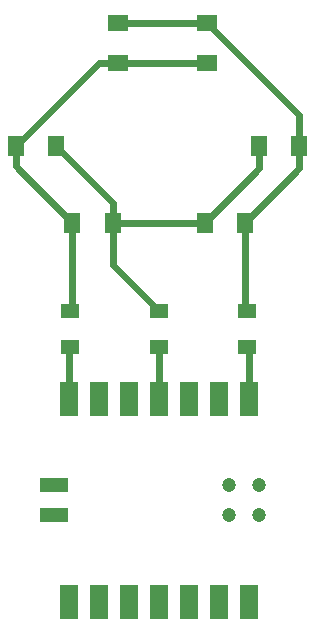
<source format=gbr>
%TF.GenerationSoftware,KiCad,Pcbnew,9.0.1*%
%TF.CreationDate,2025-11-04T18:47:28-05:00*%
%TF.ProjectId,learning_charlieplexing,6c656172-6e69-46e6-975f-636861726c69,rev?*%
%TF.SameCoordinates,Original*%
%TF.FileFunction,Copper,L1,Top*%
%TF.FilePolarity,Positive*%
%FSLAX46Y46*%
G04 Gerber Fmt 4.6, Leading zero omitted, Abs format (unit mm)*
G04 Created by KiCad (PCBNEW 9.0.1) date 2025-11-04 18:47:28*
%MOMM*%
%LPD*%
G01*
G04 APERTURE LIST*
%TA.AperFunction,SMDPad,CuDef*%
%ADD10R,1.600000X3.000000*%
%TD*%
%TA.AperFunction,SMDPad,CuDef*%
%ADD11R,2.400000X1.200000*%
%TD*%
%TA.AperFunction,SMDPad,CuDef*%
%ADD12C,1.200000*%
%TD*%
%TA.AperFunction,SMDPad,CuDef*%
%ADD13R,1.700000X1.400000*%
%TD*%
%TA.AperFunction,SMDPad,CuDef*%
%ADD14R,1.600000X1.200000*%
%TD*%
%TA.AperFunction,SMDPad,CuDef*%
%ADD15R,1.400000X1.700000*%
%TD*%
%TA.AperFunction,Conductor*%
%ADD16C,0.600000*%
%TD*%
G04 APERTURE END LIST*
D10*
%TO.P,M1,1,D0*%
%TO.N,Net-(M1-D0)*%
X157020000Y-91385000D03*
%TO.P,M1,2,D1*%
%TO.N,unconnected-(M1-D1-Pad2)*%
X154480000Y-91385000D03*
%TO.P,M1,3,D2*%
%TO.N,unconnected-(M1-D2-Pad3)*%
X151940000Y-91385000D03*
%TO.P,M1,4,D3*%
%TO.N,Net-(M1-D3)*%
X149400000Y-91385000D03*
%TO.P,M1,5,D4*%
%TO.N,unconnected-(M1-D4-Pad5)*%
X146860000Y-91385000D03*
%TO.P,M1,6,D5*%
%TO.N,unconnected-(M1-D5-Pad6)*%
X144320000Y-91385000D03*
%TO.P,M1,7,D6*%
%TO.N,Net-(M1-D6)*%
X141780000Y-91385000D03*
%TO.P,M1,8,D7*%
%TO.N,unconnected-(M1-D7-Pad8)*%
X141780000Y-108620000D03*
%TO.P,M1,9,D8*%
%TO.N,unconnected-(M1-D8-Pad9)*%
X144320000Y-108620000D03*
%TO.P,M1,10,D9*%
%TO.N,unconnected-(M1-D9-Pad10)*%
X146860000Y-108620000D03*
%TO.P,M1,11,D10*%
%TO.N,unconnected-(M1-D10-Pad11)*%
X149400000Y-108620000D03*
%TO.P,M1,12,3V3*%
%TO.N,unconnected-(M1-3V3-Pad12)*%
X151940000Y-108620000D03*
%TO.P,M1,13,GND*%
%TO.N,unconnected-(M1-GND-Pad13)*%
X154480000Y-108620000D03*
%TO.P,M1,14,5V*%
%TO.N,unconnected-(M1-5V-Pad14)*%
X157020000Y-108620000D03*
D11*
%TO.P,M1,15,GND*%
%TO.N,unconnected-(M1-GND-Pad15)*%
X140510000Y-101275000D03*
%TO.P,M1,16,VIN*%
%TO.N,unconnected-(M1-VIN-Pad16)*%
X140510000Y-98735000D03*
D12*
%TO.P,M1,17,SWDIO*%
%TO.N,unconnected-(M1-SWDIO-Pad17)*%
X157900000Y-98730000D03*
%TO.P,M1,18,RESET*%
%TO.N,unconnected-(M1-RESET-Pad18)*%
X155360000Y-98730000D03*
%TO.P,M1,19,GND*%
%TO.N,unconnected-(M1-GND-Pad19)*%
X155360000Y-101270000D03*
%TO.P,M1,20,SWCLK*%
%TO.N,unconnected-(M1-SWCLK-Pad20)*%
X157900000Y-101270000D03*
%TD*%
D13*
%TO.P,D6,2,A*%
%TO.N,Net-(D3-K)*%
X153480000Y-59567500D03*
%TO.P,D6,1,K*%
%TO.N,Net-(D1-A)*%
X153480000Y-62967500D03*
%TD*%
D14*
%TO.P,R2,2*%
%TO.N,Net-(D1-K)*%
X149400000Y-84000000D03*
%TO.P,R2,1*%
%TO.N,Net-(M1-D3)*%
X149400000Y-87000000D03*
%TD*%
%TO.P,R3,2*%
%TO.N,Net-(D3-K)*%
X156900000Y-84000000D03*
%TO.P,R3,1*%
%TO.N,Net-(M1-D0)*%
X156900000Y-87000000D03*
%TD*%
%TO.P,R1,2*%
%TO.N,Net-(D1-A)*%
X141900000Y-84000000D03*
%TO.P,R1,1*%
%TO.N,Net-(M1-D6)*%
X141900000Y-87000000D03*
%TD*%
D15*
%TO.P,D1,2,A*%
%TO.N,Net-(D1-A)*%
X137300000Y-70000000D03*
%TO.P,D1,1,K*%
%TO.N,Net-(D1-K)*%
X140700000Y-70000000D03*
%TD*%
D13*
%TO.P,D5,1,K*%
%TO.N,Net-(D3-K)*%
X145980000Y-59567500D03*
%TO.P,D5,2,A*%
%TO.N,Net-(D1-A)*%
X145980000Y-62967500D03*
%TD*%
D15*
%TO.P,D4,1,K*%
%TO.N,Net-(D1-K)*%
X153300000Y-76500000D03*
%TO.P,D4,2,A*%
%TO.N,Net-(D3-K)*%
X156700000Y-76500000D03*
%TD*%
%TO.P,D3,1,K*%
%TO.N,Net-(D3-K)*%
X161300000Y-70000000D03*
%TO.P,D3,2,A*%
%TO.N,Net-(D1-K)*%
X157900000Y-70000000D03*
%TD*%
%TO.P,D2,1,K*%
%TO.N,Net-(D1-A)*%
X142100000Y-76500000D03*
%TO.P,D2,2,A*%
%TO.N,Net-(D1-K)*%
X145500000Y-76500000D03*
%TD*%
D16*
%TO.N,Net-(D1-A)*%
X145980000Y-62967500D02*
X144332500Y-62967500D01*
X144332500Y-62967500D02*
X137300000Y-70000000D01*
%TO.N,Net-(D3-K)*%
X153480000Y-59567500D02*
X161300000Y-67387500D01*
X161300000Y-67387500D02*
X161300000Y-70000000D01*
X156700000Y-76500000D02*
X156700000Y-83800000D01*
X156700000Y-83800000D02*
X156900000Y-84000000D01*
X161300000Y-70000000D02*
X161300000Y-71900000D01*
X161300000Y-71900000D02*
X156700000Y-76500000D01*
%TO.N,Net-(D1-K)*%
X157900000Y-70000000D02*
X157900000Y-71900000D01*
X157900000Y-71900000D02*
X153300000Y-76500000D01*
%TO.N,Net-(D1-A)*%
X145980000Y-62967500D02*
X153480000Y-62967500D01*
%TO.N,Net-(D3-K)*%
X145980000Y-59567500D02*
X153480000Y-59567500D01*
%TO.N,Net-(D1-A)*%
X137300000Y-70000000D02*
X137300000Y-71700000D01*
X137300000Y-71700000D02*
X142100000Y-76500000D01*
%TO.N,Net-(D1-K)*%
X145500000Y-76500000D02*
X145500000Y-74800000D01*
X145500000Y-74800000D02*
X140700000Y-70000000D01*
X153300000Y-76500000D02*
X145500000Y-76500000D01*
X145500000Y-76500000D02*
X145500000Y-80100000D01*
X145500000Y-80100000D02*
X149400000Y-84000000D01*
%TO.N,Net-(D1-A)*%
X142100000Y-76500000D02*
X142100000Y-83800000D01*
X142100000Y-83800000D02*
X141900000Y-84000000D01*
%TO.N,Net-(M1-D6)*%
X141780000Y-92385000D02*
X141780000Y-87120000D01*
X141780000Y-87120000D02*
X141900000Y-87000000D01*
%TO.N,Net-(M1-D3)*%
X149400000Y-92385000D02*
X149400000Y-87000000D01*
%TO.N,Net-(M1-D0)*%
X157020000Y-92385000D02*
X157020000Y-87120000D01*
X157020000Y-87120000D02*
X156900000Y-87000000D01*
%TD*%
M02*

</source>
